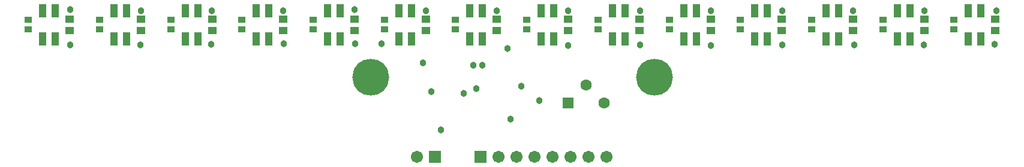
<source format=gbs>
G04*
G04 #@! TF.GenerationSoftware,Altium Limited,Altium Designer,19.0.12 (326)*
G04*
G04 Layer_Color=16711935*
%FSLAX25Y25*%
%MOIN*%
G70*
G01*
G75*
%ADD15R,0.04343X0.03556*%
%ADD21R,0.06312X0.06312*%
%ADD22C,0.06312*%
%ADD23C,0.20485*%
%ADD24C,0.06706*%
%ADD25R,0.06706X0.06706*%
%ADD26C,0.03800*%
%ADD42R,0.03910X0.07335*%
%ADD43R,0.04737X0.04343*%
D15*
X8225Y87013D02*
D03*
Y81502D02*
D03*
X206084Y87013D02*
D03*
Y81502D02*
D03*
X324799Y87013D02*
D03*
Y81502D02*
D03*
X443514Y87013D02*
D03*
Y81502D02*
D03*
X166512D02*
D03*
Y87013D02*
D03*
X47797Y81502D02*
D03*
Y87013D02*
D03*
X403942Y81502D02*
D03*
Y87013D02*
D03*
X285227Y81502D02*
D03*
Y87013D02*
D03*
X483085Y81502D02*
D03*
Y87013D02*
D03*
X522657Y81502D02*
D03*
Y87013D02*
D03*
X87369Y81502D02*
D03*
Y87013D02*
D03*
X364370Y81502D02*
D03*
Y87013D02*
D03*
X245655Y81502D02*
D03*
Y87013D02*
D03*
X126940Y81502D02*
D03*
Y87013D02*
D03*
D21*
X308018Y40639D02*
D03*
D22*
X318018Y50639D02*
D03*
X328018Y40639D02*
D03*
D23*
X356018Y55001D02*
D03*
X198538D02*
D03*
D24*
X224018Y10502D02*
D03*
X269416D02*
D03*
X279416D02*
D03*
X289416D02*
D03*
X299416D02*
D03*
X309416D02*
D03*
X319416D02*
D03*
X329416D02*
D03*
D25*
X234018D02*
D03*
X259416D02*
D03*
D26*
X204518Y73679D02*
D03*
X545268Y73179D02*
D03*
X505889Y72772D02*
D03*
X467018D02*
D03*
X427106D02*
D03*
X387518Y72501D02*
D03*
X348018Y72772D02*
D03*
X308018Y72501D02*
D03*
X274518Y71001D02*
D03*
X189676Y73501D02*
D03*
X150104Y73582D02*
D03*
X109965Y73179D02*
D03*
X70518Y73001D02*
D03*
X31403D02*
D03*
X237518Y25501D02*
D03*
X232018Y46977D02*
D03*
X282235Y50002D02*
D03*
X255518Y61501D02*
D03*
X250272Y46001D02*
D03*
X268655Y92001D02*
D03*
X229084Y91938D02*
D03*
X189518Y92501D02*
D03*
X149940Y92001D02*
D03*
X110018Y91938D02*
D03*
X70797D02*
D03*
X31518Y92501D02*
D03*
X546018Y92001D02*
D03*
X506018D02*
D03*
X466518D02*
D03*
X427018D02*
D03*
X387370D02*
D03*
X348018D02*
D03*
X308018D02*
D03*
X292018Y42002D02*
D03*
X257018Y48502D02*
D03*
X260652Y61451D02*
D03*
X276018Y31501D02*
D03*
X227384Y62868D02*
D03*
D42*
X16225Y91991D02*
D03*
Y76243D02*
D03*
X23225Y91991D02*
D03*
Y76243D02*
D03*
X55797Y91991D02*
D03*
Y76243D02*
D03*
X62797Y91991D02*
D03*
Y76243D02*
D03*
X95369Y91991D02*
D03*
Y76243D02*
D03*
X102369Y91991D02*
D03*
Y76243D02*
D03*
X134940Y91991D02*
D03*
Y76243D02*
D03*
X141940Y91991D02*
D03*
Y76243D02*
D03*
X174512Y91991D02*
D03*
Y76243D02*
D03*
X181512Y91991D02*
D03*
Y76243D02*
D03*
X214084Y91991D02*
D03*
Y76243D02*
D03*
X221084Y91991D02*
D03*
Y76243D02*
D03*
X253655Y91991D02*
D03*
Y76243D02*
D03*
X260655Y91991D02*
D03*
Y76243D02*
D03*
X293227Y91991D02*
D03*
Y76243D02*
D03*
X300227Y91991D02*
D03*
Y76243D02*
D03*
X332799Y91991D02*
D03*
Y76243D02*
D03*
X339799Y91991D02*
D03*
Y76243D02*
D03*
X372370Y91991D02*
D03*
Y76243D02*
D03*
X379370Y91991D02*
D03*
Y76243D02*
D03*
X411942Y91991D02*
D03*
Y76243D02*
D03*
X418942Y91991D02*
D03*
Y76243D02*
D03*
X451514Y91991D02*
D03*
Y76243D02*
D03*
X458514Y91991D02*
D03*
Y76243D02*
D03*
X491085Y91991D02*
D03*
Y76243D02*
D03*
X498085Y91991D02*
D03*
Y76243D02*
D03*
X530657Y91991D02*
D03*
Y76243D02*
D03*
X537657Y91991D02*
D03*
Y76243D02*
D03*
D43*
X426942Y80864D02*
D03*
Y87163D02*
D03*
X189512Y80864D02*
D03*
Y87163D02*
D03*
X506085Y80864D02*
D03*
Y87163D02*
D03*
X387370Y80864D02*
D03*
Y87163D02*
D03*
X466514Y80864D02*
D03*
Y87163D02*
D03*
X308227Y80864D02*
D03*
Y87163D02*
D03*
X268655Y80864D02*
D03*
Y87163D02*
D03*
X70797Y80864D02*
D03*
Y87163D02*
D03*
X149940Y80864D02*
D03*
Y87163D02*
D03*
X31225Y80864D02*
D03*
Y87163D02*
D03*
X347799Y80864D02*
D03*
Y87163D02*
D03*
X229084Y80864D02*
D03*
Y87163D02*
D03*
X545657Y80864D02*
D03*
Y87163D02*
D03*
X110369Y80864D02*
D03*
Y87163D02*
D03*
M02*

</source>
